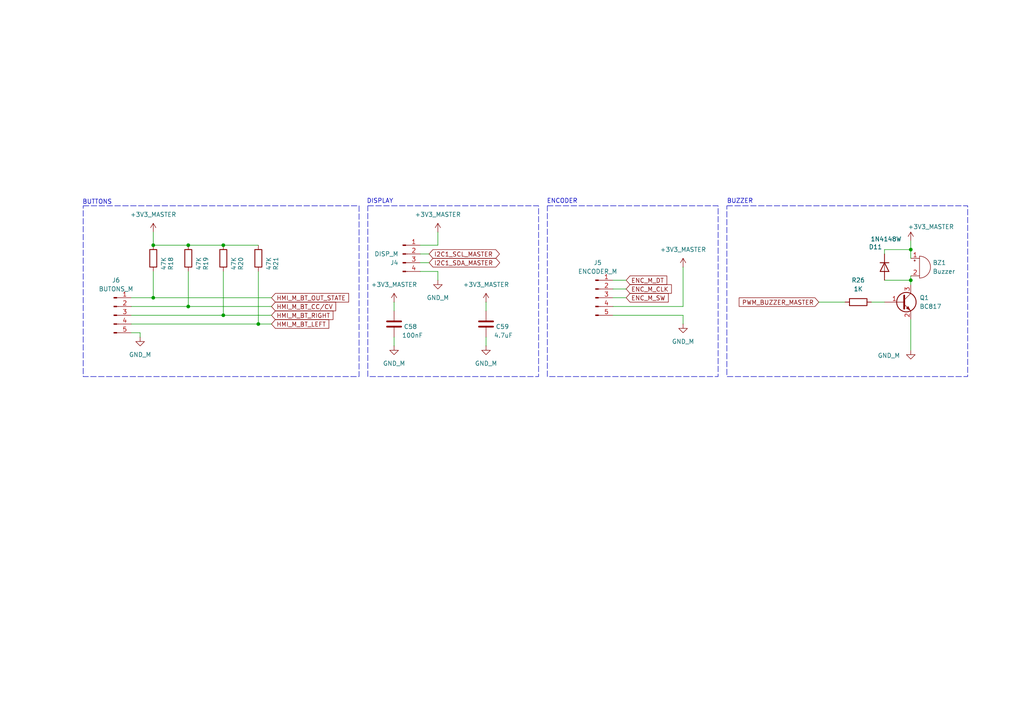
<source format=kicad_sch>
(kicad_sch
	(version 20231120)
	(generator "eeschema")
	(generator_version "8.0")
	(uuid "2d6dc250-8309-4f98-b5ee-67c9ea919c9d")
	(paper "A4")
	(title_block
		(title "FONTE CC/CV MICROCONTROLADA")
		(rev "02")
		(company "MV TECH")
	)
	(lib_symbols
		(symbol "Connector:Conn_01x04_Pin"
			(pin_names
				(offset 1.016) hide)
			(exclude_from_sim no)
			(in_bom yes)
			(on_board yes)
			(property "Reference" "J"
				(at 0 5.08 0)
				(effects
					(font
						(size 1.27 1.27)
					)
				)
			)
			(property "Value" "Conn_01x04_Pin"
				(at 0 -7.62 0)
				(effects
					(font
						(size 1.27 1.27)
					)
				)
			)
			(property "Footprint" ""
				(at 0 0 0)
				(effects
					(font
						(size 1.27 1.27)
					)
					(hide yes)
				)
			)
			(property "Datasheet" "~"
				(at 0 0 0)
				(effects
					(font
						(size 1.27 1.27)
					)
					(hide yes)
				)
			)
			(property "Description" "Generic connector, single row, 01x04, script generated"
				(at 0 0 0)
				(effects
					(font
						(size 1.27 1.27)
					)
					(hide yes)
				)
			)
			(property "ki_locked" ""
				(at 0 0 0)
				(effects
					(font
						(size 1.27 1.27)
					)
				)
			)
			(property "ki_keywords" "connector"
				(at 0 0 0)
				(effects
					(font
						(size 1.27 1.27)
					)
					(hide yes)
				)
			)
			(property "ki_fp_filters" "Connector*:*_1x??_*"
				(at 0 0 0)
				(effects
					(font
						(size 1.27 1.27)
					)
					(hide yes)
				)
			)
			(symbol "Conn_01x04_Pin_1_1"
				(polyline
					(pts
						(xy 1.27 -5.08) (xy 0.8636 -5.08)
					)
					(stroke
						(width 0.1524)
						(type default)
					)
					(fill
						(type none)
					)
				)
				(polyline
					(pts
						(xy 1.27 -2.54) (xy 0.8636 -2.54)
					)
					(stroke
						(width 0.1524)
						(type default)
					)
					(fill
						(type none)
					)
				)
				(polyline
					(pts
						(xy 1.27 0) (xy 0.8636 0)
					)
					(stroke
						(width 0.1524)
						(type default)
					)
					(fill
						(type none)
					)
				)
				(polyline
					(pts
						(xy 1.27 2.54) (xy 0.8636 2.54)
					)
					(stroke
						(width 0.1524)
						(type default)
					)
					(fill
						(type none)
					)
				)
				(rectangle
					(start 0.8636 -4.953)
					(end 0 -5.207)
					(stroke
						(width 0.1524)
						(type default)
					)
					(fill
						(type outline)
					)
				)
				(rectangle
					(start 0.8636 -2.413)
					(end 0 -2.667)
					(stroke
						(width 0.1524)
						(type default)
					)
					(fill
						(type outline)
					)
				)
				(rectangle
					(start 0.8636 0.127)
					(end 0 -0.127)
					(stroke
						(width 0.1524)
						(type default)
					)
					(fill
						(type outline)
					)
				)
				(rectangle
					(start 0.8636 2.667)
					(end 0 2.413)
					(stroke
						(width 0.1524)
						(type default)
					)
					(fill
						(type outline)
					)
				)
				(pin passive line
					(at 5.08 2.54 180)
					(length 3.81)
					(name "Pin_1"
						(effects
							(font
								(size 1.27 1.27)
							)
						)
					)
					(number "1"
						(effects
							(font
								(size 1.27 1.27)
							)
						)
					)
				)
				(pin passive line
					(at 5.08 0 180)
					(length 3.81)
					(name "Pin_2"
						(effects
							(font
								(size 1.27 1.27)
							)
						)
					)
					(number "2"
						(effects
							(font
								(size 1.27 1.27)
							)
						)
					)
				)
				(pin passive line
					(at 5.08 -2.54 180)
					(length 3.81)
					(name "Pin_3"
						(effects
							(font
								(size 1.27 1.27)
							)
						)
					)
					(number "3"
						(effects
							(font
								(size 1.27 1.27)
							)
						)
					)
				)
				(pin passive line
					(at 5.08 -5.08 180)
					(length 3.81)
					(name "Pin_4"
						(effects
							(font
								(size 1.27 1.27)
							)
						)
					)
					(number "4"
						(effects
							(font
								(size 1.27 1.27)
							)
						)
					)
				)
			)
		)
		(symbol "Connector:Conn_01x05_Pin"
			(pin_names
				(offset 1.016) hide)
			(exclude_from_sim no)
			(in_bom yes)
			(on_board yes)
			(property "Reference" "J"
				(at 0 7.62 0)
				(effects
					(font
						(size 1.27 1.27)
					)
				)
			)
			(property "Value" "Conn_01x05_Pin"
				(at 0 -7.62 0)
				(effects
					(font
						(size 1.27 1.27)
					)
				)
			)
			(property "Footprint" ""
				(at 0 0 0)
				(effects
					(font
						(size 1.27 1.27)
					)
					(hide yes)
				)
			)
			(property "Datasheet" "~"
				(at 0 0 0)
				(effects
					(font
						(size 1.27 1.27)
					)
					(hide yes)
				)
			)
			(property "Description" "Generic connector, single row, 01x05, script generated"
				(at 0 0 0)
				(effects
					(font
						(size 1.27 1.27)
					)
					(hide yes)
				)
			)
			(property "ki_locked" ""
				(at 0 0 0)
				(effects
					(font
						(size 1.27 1.27)
					)
				)
			)
			(property "ki_keywords" "connector"
				(at 0 0 0)
				(effects
					(font
						(size 1.27 1.27)
					)
					(hide yes)
				)
			)
			(property "ki_fp_filters" "Connector*:*_1x??_*"
				(at 0 0 0)
				(effects
					(font
						(size 1.27 1.27)
					)
					(hide yes)
				)
			)
			(symbol "Conn_01x05_Pin_1_1"
				(polyline
					(pts
						(xy 1.27 -5.08) (xy 0.8636 -5.08)
					)
					(stroke
						(width 0.1524)
						(type default)
					)
					(fill
						(type none)
					)
				)
				(polyline
					(pts
						(xy 1.27 -2.54) (xy 0.8636 -2.54)
					)
					(stroke
						(width 0.1524)
						(type default)
					)
					(fill
						(type none)
					)
				)
				(polyline
					(pts
						(xy 1.27 0) (xy 0.8636 0)
					)
					(stroke
						(width 0.1524)
						(type default)
					)
					(fill
						(type none)
					)
				)
				(polyline
					(pts
						(xy 1.27 2.54) (xy 0.8636 2.54)
					)
					(stroke
						(width 0.1524)
						(type default)
					)
					(fill
						(type none)
					)
				)
				(polyline
					(pts
						(xy 1.27 5.08) (xy 0.8636 5.08)
					)
					(stroke
						(width 0.1524)
						(type default)
					)
					(fill
						(type none)
					)
				)
				(rectangle
					(start 0.8636 -4.953)
					(end 0 -5.207)
					(stroke
						(width 0.1524)
						(type default)
					)
					(fill
						(type outline)
					)
				)
				(rectangle
					(start 0.8636 -2.413)
					(end 0 -2.667)
					(stroke
						(width 0.1524)
						(type default)
					)
					(fill
						(type outline)
					)
				)
				(rectangle
					(start 0.8636 0.127)
					(end 0 -0.127)
					(stroke
						(width 0.1524)
						(type default)
					)
					(fill
						(type outline)
					)
				)
				(rectangle
					(start 0.8636 2.667)
					(end 0 2.413)
					(stroke
						(width 0.1524)
						(type default)
					)
					(fill
						(type outline)
					)
				)
				(rectangle
					(start 0.8636 5.207)
					(end 0 4.953)
					(stroke
						(width 0.1524)
						(type default)
					)
					(fill
						(type outline)
					)
				)
				(pin passive line
					(at 5.08 5.08 180)
					(length 3.81)
					(name "Pin_1"
						(effects
							(font
								(size 1.27 1.27)
							)
						)
					)
					(number "1"
						(effects
							(font
								(size 1.27 1.27)
							)
						)
					)
				)
				(pin passive line
					(at 5.08 2.54 180)
					(length 3.81)
					(name "Pin_2"
						(effects
							(font
								(size 1.27 1.27)
							)
						)
					)
					(number "2"
						(effects
							(font
								(size 1.27 1.27)
							)
						)
					)
				)
				(pin passive line
					(at 5.08 0 180)
					(length 3.81)
					(name "Pin_3"
						(effects
							(font
								(size 1.27 1.27)
							)
						)
					)
					(number "3"
						(effects
							(font
								(size 1.27 1.27)
							)
						)
					)
				)
				(pin passive line
					(at 5.08 -2.54 180)
					(length 3.81)
					(name "Pin_4"
						(effects
							(font
								(size 1.27 1.27)
							)
						)
					)
					(number "4"
						(effects
							(font
								(size 1.27 1.27)
							)
						)
					)
				)
				(pin passive line
					(at 5.08 -5.08 180)
					(length 3.81)
					(name "Pin_5"
						(effects
							(font
								(size 1.27 1.27)
							)
						)
					)
					(number "5"
						(effects
							(font
								(size 1.27 1.27)
							)
						)
					)
				)
			)
		)
		(symbol "Device:Buzzer"
			(pin_names
				(offset 0.0254) hide)
			(exclude_from_sim no)
			(in_bom yes)
			(on_board yes)
			(property "Reference" "BZ"
				(at 3.81 1.27 0)
				(effects
					(font
						(size 1.27 1.27)
					)
					(justify left)
				)
			)
			(property "Value" "Buzzer"
				(at 3.81 -1.27 0)
				(effects
					(font
						(size 1.27 1.27)
					)
					(justify left)
				)
			)
			(property "Footprint" ""
				(at -0.635 2.54 90)
				(effects
					(font
						(size 1.27 1.27)
					)
					(hide yes)
				)
			)
			(property "Datasheet" "~"
				(at -0.635 2.54 90)
				(effects
					(font
						(size 1.27 1.27)
					)
					(hide yes)
				)
			)
			(property "Description" "Buzzer, polarized"
				(at 0 0 0)
				(effects
					(font
						(size 1.27 1.27)
					)
					(hide yes)
				)
			)
			(property "ki_keywords" "quartz resonator ceramic"
				(at 0 0 0)
				(effects
					(font
						(size 1.27 1.27)
					)
					(hide yes)
				)
			)
			(property "ki_fp_filters" "*Buzzer*"
				(at 0 0 0)
				(effects
					(font
						(size 1.27 1.27)
					)
					(hide yes)
				)
			)
			(symbol "Buzzer_0_1"
				(arc
					(start 0 -3.175)
					(mid 3.1612 0)
					(end 0 3.175)
					(stroke
						(width 0)
						(type default)
					)
					(fill
						(type none)
					)
				)
				(polyline
					(pts
						(xy -1.651 1.905) (xy -1.143 1.905)
					)
					(stroke
						(width 0)
						(type default)
					)
					(fill
						(type none)
					)
				)
				(polyline
					(pts
						(xy -1.397 2.159) (xy -1.397 1.651)
					)
					(stroke
						(width 0)
						(type default)
					)
					(fill
						(type none)
					)
				)
				(polyline
					(pts
						(xy 0 3.175) (xy 0 -3.175)
					)
					(stroke
						(width 0)
						(type default)
					)
					(fill
						(type none)
					)
				)
			)
			(symbol "Buzzer_1_1"
				(pin passive line
					(at -2.54 2.54 0)
					(length 2.54)
					(name "+"
						(effects
							(font
								(size 1.27 1.27)
							)
						)
					)
					(number "1"
						(effects
							(font
								(size 1.27 1.27)
							)
						)
					)
				)
				(pin passive line
					(at -2.54 -2.54 0)
					(length 2.54)
					(name "-"
						(effects
							(font
								(size 1.27 1.27)
							)
						)
					)
					(number "2"
						(effects
							(font
								(size 1.27 1.27)
							)
						)
					)
				)
			)
		)
		(symbol "Device:C"
			(pin_numbers hide)
			(pin_names
				(offset 0.254)
			)
			(exclude_from_sim no)
			(in_bom yes)
			(on_board yes)
			(property "Reference" "C"
				(at 0.635 2.54 0)
				(effects
					(font
						(size 1.27 1.27)
					)
					(justify left)
				)
			)
			(property "Value" "C"
				(at 0.635 -2.54 0)
				(effects
					(font
						(size 1.27 1.27)
					)
					(justify left)
				)
			)
			(property "Footprint" ""
				(at 0.9652 -3.81 0)
				(effects
					(font
						(size 1.27 1.27)
					)
					(hide yes)
				)
			)
			(property "Datasheet" "~"
				(at 0 0 0)
				(effects
					(font
						(size 1.27 1.27)
					)
					(hide yes)
				)
			)
			(property "Description" "Unpolarized capacitor"
				(at 0 0 0)
				(effects
					(font
						(size 1.27 1.27)
					)
					(hide yes)
				)
			)
			(property "ki_keywords" "cap capacitor"
				(at 0 0 0)
				(effects
					(font
						(size 1.27 1.27)
					)
					(hide yes)
				)
			)
			(property "ki_fp_filters" "C_*"
				(at 0 0 0)
				(effects
					(font
						(size 1.27 1.27)
					)
					(hide yes)
				)
			)
			(symbol "C_0_1"
				(polyline
					(pts
						(xy -2.032 -0.762) (xy 2.032 -0.762)
					)
					(stroke
						(width 0.508)
						(type default)
					)
					(fill
						(type none)
					)
				)
				(polyline
					(pts
						(xy -2.032 0.762) (xy 2.032 0.762)
					)
					(stroke
						(width 0.508)
						(type default)
					)
					(fill
						(type none)
					)
				)
			)
			(symbol "C_1_1"
				(pin passive line
					(at 0 3.81 270)
					(length 2.794)
					(name "~"
						(effects
							(font
								(size 1.27 1.27)
							)
						)
					)
					(number "1"
						(effects
							(font
								(size 1.27 1.27)
							)
						)
					)
				)
				(pin passive line
					(at 0 -3.81 90)
					(length 2.794)
					(name "~"
						(effects
							(font
								(size 1.27 1.27)
							)
						)
					)
					(number "2"
						(effects
							(font
								(size 1.27 1.27)
							)
						)
					)
				)
			)
		)
		(symbol "Device:R"
			(pin_numbers hide)
			(pin_names
				(offset 0)
			)
			(exclude_from_sim no)
			(in_bom yes)
			(on_board yes)
			(property "Reference" "R"
				(at 2.032 0 90)
				(effects
					(font
						(size 1.27 1.27)
					)
				)
			)
			(property "Value" "R"
				(at 0 0 90)
				(effects
					(font
						(size 1.27 1.27)
					)
				)
			)
			(property "Footprint" ""
				(at -1.778 0 90)
				(effects
					(font
						(size 1.27 1.27)
					)
					(hide yes)
				)
			)
			(property "Datasheet" "~"
				(at 0 0 0)
				(effects
					(font
						(size 1.27 1.27)
					)
					(hide yes)
				)
			)
			(property "Description" "Resistor"
				(at 0 0 0)
				(effects
					(font
						(size 1.27 1.27)
					)
					(hide yes)
				)
			)
			(property "ki_keywords" "R res resistor"
				(at 0 0 0)
				(effects
					(font
						(size 1.27 1.27)
					)
					(hide yes)
				)
			)
			(property "ki_fp_filters" "R_*"
				(at 0 0 0)
				(effects
					(font
						(size 1.27 1.27)
					)
					(hide yes)
				)
			)
			(symbol "R_0_1"
				(rectangle
					(start -1.016 -2.54)
					(end 1.016 2.54)
					(stroke
						(width 0.254)
						(type default)
					)
					(fill
						(type none)
					)
				)
			)
			(symbol "R_1_1"
				(pin passive line
					(at 0 3.81 270)
					(length 1.27)
					(name "~"
						(effects
							(font
								(size 1.27 1.27)
							)
						)
					)
					(number "1"
						(effects
							(font
								(size 1.27 1.27)
							)
						)
					)
				)
				(pin passive line
					(at 0 -3.81 90)
					(length 1.27)
					(name "~"
						(effects
							(font
								(size 1.27 1.27)
							)
						)
					)
					(number "2"
						(effects
							(font
								(size 1.27 1.27)
							)
						)
					)
				)
			)
		)
		(symbol "Diode:1N4148W"
			(pin_numbers hide)
			(pin_names hide)
			(exclude_from_sim no)
			(in_bom yes)
			(on_board yes)
			(property "Reference" "D"
				(at 0 2.54 0)
				(effects
					(font
						(size 1.27 1.27)
					)
				)
			)
			(property "Value" "1N4148W"
				(at 0 -2.54 0)
				(effects
					(font
						(size 1.27 1.27)
					)
				)
			)
			(property "Footprint" "Diode_SMD:D_SOD-123"
				(at 0 -4.445 0)
				(effects
					(font
						(size 1.27 1.27)
					)
					(hide yes)
				)
			)
			(property "Datasheet" "https://www.vishay.com/docs/85748/1n4148w.pdf"
				(at 0 0 0)
				(effects
					(font
						(size 1.27 1.27)
					)
					(hide yes)
				)
			)
			(property "Description" "75V 0.15A Fast Switching Diode, SOD-123"
				(at 0 0 0)
				(effects
					(font
						(size 1.27 1.27)
					)
					(hide yes)
				)
			)
			(property "Sim.Device" "D"
				(at 0 0 0)
				(effects
					(font
						(size 1.27 1.27)
					)
					(hide yes)
				)
			)
			(property "Sim.Pins" "1=K 2=A"
				(at 0 0 0)
				(effects
					(font
						(size 1.27 1.27)
					)
					(hide yes)
				)
			)
			(property "ki_keywords" "diode"
				(at 0 0 0)
				(effects
					(font
						(size 1.27 1.27)
					)
					(hide yes)
				)
			)
			(property "ki_fp_filters" "D*SOD?123*"
				(at 0 0 0)
				(effects
					(font
						(size 1.27 1.27)
					)
					(hide yes)
				)
			)
			(symbol "1N4148W_0_1"
				(polyline
					(pts
						(xy -1.27 1.27) (xy -1.27 -1.27)
					)
					(stroke
						(width 0.254)
						(type default)
					)
					(fill
						(type none)
					)
				)
				(polyline
					(pts
						(xy 1.27 0) (xy -1.27 0)
					)
					(stroke
						(width 0)
						(type default)
					)
					(fill
						(type none)
					)
				)
				(polyline
					(pts
						(xy 1.27 1.27) (xy 1.27 -1.27) (xy -1.27 0) (xy 1.27 1.27)
					)
					(stroke
						(width 0.254)
						(type default)
					)
					(fill
						(type none)
					)
				)
			)
			(symbol "1N4148W_1_1"
				(pin passive line
					(at -3.81 0 0)
					(length 2.54)
					(name "K"
						(effects
							(font
								(size 1.27 1.27)
							)
						)
					)
					(number "1"
						(effects
							(font
								(size 1.27 1.27)
							)
						)
					)
				)
				(pin passive line
					(at 3.81 0 180)
					(length 2.54)
					(name "A"
						(effects
							(font
								(size 1.27 1.27)
							)
						)
					)
					(number "2"
						(effects
							(font
								(size 1.27 1.27)
							)
						)
					)
				)
			)
		)
		(symbol "Transistor_BJT:BC817"
			(pin_names
				(offset 0) hide)
			(exclude_from_sim no)
			(in_bom yes)
			(on_board yes)
			(property "Reference" "Q"
				(at 5.08 1.905 0)
				(effects
					(font
						(size 1.27 1.27)
					)
					(justify left)
				)
			)
			(property "Value" "BC817"
				(at 5.08 0 0)
				(effects
					(font
						(size 1.27 1.27)
					)
					(justify left)
				)
			)
			(property "Footprint" "Package_TO_SOT_SMD:SOT-23"
				(at 5.08 -1.905 0)
				(effects
					(font
						(size 1.27 1.27)
						(italic yes)
					)
					(justify left)
					(hide yes)
				)
			)
			(property "Datasheet" "https://www.onsemi.com/pub/Collateral/BC818-D.pdf"
				(at 0 0 0)
				(effects
					(font
						(size 1.27 1.27)
					)
					(justify left)
					(hide yes)
				)
			)
			(property "Description" "0.8A Ic, 45V Vce, NPN Transistor, SOT-23"
				(at 0 0 0)
				(effects
					(font
						(size 1.27 1.27)
					)
					(hide yes)
				)
			)
			(property "ki_keywords" "NPN Transistor"
				(at 0 0 0)
				(effects
					(font
						(size 1.27 1.27)
					)
					(hide yes)
				)
			)
			(property "ki_fp_filters" "SOT?23*"
				(at 0 0 0)
				(effects
					(font
						(size 1.27 1.27)
					)
					(hide yes)
				)
			)
			(symbol "BC817_0_1"
				(polyline
					(pts
						(xy 0.635 0.635) (xy 2.54 2.54)
					)
					(stroke
						(width 0)
						(type default)
					)
					(fill
						(type none)
					)
				)
				(polyline
					(pts
						(xy 0.635 -0.635) (xy 2.54 -2.54) (xy 2.54 -2.54)
					)
					(stroke
						(width 0)
						(type default)
					)
					(fill
						(type none)
					)
				)
				(polyline
					(pts
						(xy 0.635 1.905) (xy 0.635 -1.905) (xy 0.635 -1.905)
					)
					(stroke
						(width 0.508)
						(type default)
					)
					(fill
						(type none)
					)
				)
				(polyline
					(pts
						(xy 1.27 -1.778) (xy 1.778 -1.27) (xy 2.286 -2.286) (xy 1.27 -1.778) (xy 1.27 -1.778)
					)
					(stroke
						(width 0)
						(type default)
					)
					(fill
						(type outline)
					)
				)
				(circle
					(center 1.27 0)
					(radius 2.8194)
					(stroke
						(width 0.254)
						(type default)
					)
					(fill
						(type none)
					)
				)
			)
			(symbol "BC817_1_1"
				(pin input line
					(at -5.08 0 0)
					(length 5.715)
					(name "B"
						(effects
							(font
								(size 1.27 1.27)
							)
						)
					)
					(number "1"
						(effects
							(font
								(size 1.27 1.27)
							)
						)
					)
				)
				(pin passive line
					(at 2.54 -5.08 90)
					(length 2.54)
					(name "E"
						(effects
							(font
								(size 1.27 1.27)
							)
						)
					)
					(number "2"
						(effects
							(font
								(size 1.27 1.27)
							)
						)
					)
				)
				(pin passive line
					(at 2.54 5.08 270)
					(length 2.54)
					(name "C"
						(effects
							(font
								(size 1.27 1.27)
							)
						)
					)
					(number "3"
						(effects
							(font
								(size 1.27 1.27)
							)
						)
					)
				)
			)
		)
		(symbol "power:GND"
			(power)
			(pin_numbers hide)
			(pin_names
				(offset 0) hide)
			(exclude_from_sim no)
			(in_bom yes)
			(on_board yes)
			(property "Reference" "#PWR"
				(at 0 -6.35 0)
				(effects
					(font
						(size 1.27 1.27)
					)
					(hide yes)
				)
			)
			(property "Value" "GND"
				(at 0 -3.81 0)
				(effects
					(font
						(size 1.27 1.27)
					)
				)
			)
			(property "Footprint" ""
				(at 0 0 0)
				(effects
					(font
						(size 1.27 1.27)
					)
					(hide yes)
				)
			)
			(property "Datasheet" ""
				(at 0 0 0)
				(effects
					(font
						(size 1.27 1.27)
					)
					(hide yes)
				)
			)
			(property "Description" "Power symbol creates a global label with name \"GND\" , ground"
				(at 0 0 0)
				(effects
					(font
						(size 1.27 1.27)
					)
					(hide yes)
				)
			)
			(property "ki_keywords" "global power"
				(at 0 0 0)
				(effects
					(font
						(size 1.27 1.27)
					)
					(hide yes)
				)
			)
			(symbol "GND_0_1"
				(polyline
					(pts
						(xy 0 0) (xy 0 -1.27) (xy 1.27 -1.27) (xy 0 -2.54) (xy -1.27 -1.27) (xy 0 -1.27)
					)
					(stroke
						(width 0)
						(type default)
					)
					(fill
						(type none)
					)
				)
			)
			(symbol "GND_1_1"
				(pin power_in line
					(at 0 0 270)
					(length 0)
					(name "~"
						(effects
							(font
								(size 1.27 1.27)
							)
						)
					)
					(number "1"
						(effects
							(font
								(size 1.27 1.27)
							)
						)
					)
				)
			)
		)
		(symbol "power:VCC"
			(power)
			(pin_numbers hide)
			(pin_names
				(offset 0) hide)
			(exclude_from_sim no)
			(in_bom yes)
			(on_board yes)
			(property "Reference" "#PWR"
				(at 0 -3.81 0)
				(effects
					(font
						(size 1.27 1.27)
					)
					(hide yes)
				)
			)
			(property "Value" "VCC"
				(at 0 3.556 0)
				(effects
					(font
						(size 1.27 1.27)
					)
				)
			)
			(property "Footprint" ""
				(at 0 0 0)
				(effects
					(font
						(size 1.27 1.27)
					)
					(hide yes)
				)
			)
			(property "Datasheet" ""
				(at 0 0 0)
				(effects
					(font
						(size 1.27 1.27)
					)
					(hide yes)
				)
			)
			(property "Description" "Power symbol creates a global label with name \"VCC\""
				(at 0 0 0)
				(effects
					(font
						(size 1.27 1.27)
					)
					(hide yes)
				)
			)
			(property "ki_keywords" "global power"
				(at 0 0 0)
				(effects
					(font
						(size 1.27 1.27)
					)
					(hide yes)
				)
			)
			(symbol "VCC_0_1"
				(polyline
					(pts
						(xy -0.762 1.27) (xy 0 2.54)
					)
					(stroke
						(width 0)
						(type default)
					)
					(fill
						(type none)
					)
				)
				(polyline
					(pts
						(xy 0 0) (xy 0 2.54)
					)
					(stroke
						(width 0)
						(type default)
					)
					(fill
						(type none)
					)
				)
				(polyline
					(pts
						(xy 0 2.54) (xy 0.762 1.27)
					)
					(stroke
						(width 0)
						(type default)
					)
					(fill
						(type none)
					)
				)
			)
			(symbol "VCC_1_1"
				(pin power_in line
					(at 0 0 90)
					(length 0)
					(name "~"
						(effects
							(font
								(size 1.27 1.27)
							)
						)
					)
					(number "1"
						(effects
							(font
								(size 1.27 1.27)
							)
						)
					)
				)
			)
		)
	)
	(junction
		(at 44.45 86.36)
		(diameter 0)
		(color 0 0 0 0)
		(uuid "25e80d7d-91df-4061-b4f4-7ecaf369e753")
	)
	(junction
		(at 64.77 91.44)
		(diameter 0)
		(color 0 0 0 0)
		(uuid "2d0e0dff-e799-48be-a1a2-e111636ac3d0")
	)
	(junction
		(at 44.45 71.12)
		(diameter 0)
		(color 0 0 0 0)
		(uuid "3802dff7-21dc-4378-88e4-a5a939c67c49")
	)
	(junction
		(at 264.16 81.28)
		(diameter 0)
		(color 0 0 0 0)
		(uuid "40f7b261-6185-43e6-bd23-84ac7771ff63")
	)
	(junction
		(at 64.77 71.12)
		(diameter 0)
		(color 0 0 0 0)
		(uuid "48b1afad-a339-4d85-9592-23fe1fc9ab23")
	)
	(junction
		(at 54.61 88.9)
		(diameter 0)
		(color 0 0 0 0)
		(uuid "6a9dd59a-12be-465f-9a6e-d8b15ea0c7bc")
	)
	(junction
		(at 54.61 71.12)
		(diameter 0)
		(color 0 0 0 0)
		(uuid "a154d2fd-bd3a-4429-a522-67e2ebbb8017")
	)
	(junction
		(at 264.16 72.39)
		(diameter 0)
		(color 0 0 0 0)
		(uuid "c8cf80c8-f189-4973-932c-60d6da19730b")
	)
	(junction
		(at 74.93 93.98)
		(diameter 0)
		(color 0 0 0 0)
		(uuid "e6e32a14-d581-455f-81ad-d065b5fe26df")
	)
	(wire
		(pts
			(xy 264.16 72.39) (xy 264.16 74.93)
		)
		(stroke
			(width 0)
			(type default)
		)
		(uuid "071440db-8d33-45bf-a797-450d24ac8b3c")
	)
	(wire
		(pts
			(xy 44.45 86.36) (xy 78.74 86.36)
		)
		(stroke
			(width 0)
			(type default)
		)
		(uuid "0a8415ef-0268-4178-afd7-e83b82f74365")
	)
	(wire
		(pts
			(xy 38.1 88.9) (xy 54.61 88.9)
		)
		(stroke
			(width 0)
			(type default)
		)
		(uuid "0c8a34b0-2b15-45ac-9e6b-6a804262f9ed")
	)
	(wire
		(pts
			(xy 64.77 71.12) (xy 74.93 71.12)
		)
		(stroke
			(width 0)
			(type default)
		)
		(uuid "18b6a325-718c-4ec1-b2bd-1cefe82d44ac")
	)
	(wire
		(pts
			(xy 38.1 91.44) (xy 64.77 91.44)
		)
		(stroke
			(width 0)
			(type default)
		)
		(uuid "1a4f8b8f-a53b-471d-91cb-229e56e201e1")
	)
	(wire
		(pts
			(xy 74.93 93.98) (xy 78.74 93.98)
		)
		(stroke
			(width 0)
			(type default)
		)
		(uuid "1e0cf719-1659-4e34-bfce-abb8ce381230")
	)
	(wire
		(pts
			(xy 38.1 96.52) (xy 40.64 96.52)
		)
		(stroke
			(width 0)
			(type default)
		)
		(uuid "24319f99-de8b-42e1-9eae-9c8d9ef6088f")
	)
	(wire
		(pts
			(xy 177.8 81.28) (xy 181.61 81.28)
		)
		(stroke
			(width 0)
			(type default)
		)
		(uuid "2484369e-fa57-4af1-9d68-20d5fda4901f")
	)
	(wire
		(pts
			(xy 38.1 93.98) (xy 74.93 93.98)
		)
		(stroke
			(width 0)
			(type default)
		)
		(uuid "2684a2d2-6a22-4d81-b77a-b903cac9c1f5")
	)
	(wire
		(pts
			(xy 264.16 80.01) (xy 264.16 81.28)
		)
		(stroke
			(width 0)
			(type default)
		)
		(uuid "283a3013-63a6-4c42-a308-907ed262a9b5")
	)
	(wire
		(pts
			(xy 38.1 86.36) (xy 44.45 86.36)
		)
		(stroke
			(width 0)
			(type default)
		)
		(uuid "30784528-751b-451f-8ccd-ebfb03f5da2c")
	)
	(wire
		(pts
			(xy 264.16 69.85) (xy 264.16 72.39)
		)
		(stroke
			(width 0)
			(type default)
		)
		(uuid "49ea896e-e383-4527-94c4-bbe04fc7e17c")
	)
	(wire
		(pts
			(xy 78.74 88.9) (xy 54.61 88.9)
		)
		(stroke
			(width 0)
			(type default)
		)
		(uuid "59901605-0fff-476d-8aec-a2cbe7101ebc")
	)
	(wire
		(pts
			(xy 121.92 73.66) (xy 124.46 73.66)
		)
		(stroke
			(width 0)
			(type default)
		)
		(uuid "5eb50a97-f69d-420c-9b92-dbe07acefedc")
	)
	(wire
		(pts
			(xy 256.54 81.28) (xy 264.16 81.28)
		)
		(stroke
			(width 0)
			(type default)
		)
		(uuid "5f358db2-0669-4169-a348-ab199d6018c5")
	)
	(wire
		(pts
			(xy 264.16 81.28) (xy 264.16 82.55)
		)
		(stroke
			(width 0)
			(type default)
		)
		(uuid "602eb1c2-e526-4e91-97c1-5aaa85f04cdf")
	)
	(wire
		(pts
			(xy 121.92 71.12) (xy 127 71.12)
		)
		(stroke
			(width 0)
			(type default)
		)
		(uuid "7002b817-1c9e-49b5-a3e8-920e793a6848")
	)
	(wire
		(pts
			(xy 264.16 92.71) (xy 264.16 101.6)
		)
		(stroke
			(width 0)
			(type default)
		)
		(uuid "70c15d5b-d77f-4d83-82e9-eed9be073bc1")
	)
	(wire
		(pts
			(xy 127 78.74) (xy 127 81.28)
		)
		(stroke
			(width 0)
			(type default)
		)
		(uuid "79398dc5-7a04-49ec-ae94-3fae503a2d67")
	)
	(wire
		(pts
			(xy 177.8 83.82) (xy 181.61 83.82)
		)
		(stroke
			(width 0)
			(type default)
		)
		(uuid "7c17e1e7-934e-4c1d-a5bd-5431c5e35007")
	)
	(wire
		(pts
			(xy 127 71.12) (xy 127 67.31)
		)
		(stroke
			(width 0)
			(type default)
		)
		(uuid "7e751616-479e-43d8-931f-16f32f7f8883")
	)
	(wire
		(pts
			(xy 140.97 97.79) (xy 140.97 100.33)
		)
		(stroke
			(width 0)
			(type default)
		)
		(uuid "80ed568b-8bf4-4675-9291-1dc07fe0cbc1")
	)
	(wire
		(pts
			(xy 121.92 76.2) (xy 124.46 76.2)
		)
		(stroke
			(width 0)
			(type default)
		)
		(uuid "83fc26d3-2fb7-43c7-b189-5b6129fbebb9")
	)
	(wire
		(pts
			(xy 177.8 86.36) (xy 181.61 86.36)
		)
		(stroke
			(width 0)
			(type default)
		)
		(uuid "85d34440-de6c-48f8-9831-747aa6d19e2a")
	)
	(wire
		(pts
			(xy 114.3 97.79) (xy 114.3 100.33)
		)
		(stroke
			(width 0)
			(type default)
		)
		(uuid "862b3c14-b3b8-4bec-aff3-7b1a02cc45fb")
	)
	(wire
		(pts
			(xy 256.54 72.39) (xy 264.16 72.39)
		)
		(stroke
			(width 0)
			(type default)
		)
		(uuid "89d423c5-9680-4379-ae37-b75f51062e0f")
	)
	(wire
		(pts
			(xy 44.45 71.12) (xy 54.61 71.12)
		)
		(stroke
			(width 0)
			(type default)
		)
		(uuid "90b30fec-1776-463a-b2c0-b5a8627d4eb2")
	)
	(wire
		(pts
			(xy 252.73 87.63) (xy 256.54 87.63)
		)
		(stroke
			(width 0)
			(type default)
		)
		(uuid "95a9e26e-f2be-4695-a528-e2c63e296151")
	)
	(wire
		(pts
			(xy 198.12 88.9) (xy 198.12 77.47)
		)
		(stroke
			(width 0)
			(type default)
		)
		(uuid "9a7ffa47-7bfb-4a48-9cfc-ebcfc5d0f8e3")
	)
	(wire
		(pts
			(xy 40.64 96.52) (xy 40.64 97.79)
		)
		(stroke
			(width 0)
			(type default)
		)
		(uuid "9b46c758-acf9-4d78-a8da-838f8ac8997e")
	)
	(wire
		(pts
			(xy 64.77 78.74) (xy 64.77 91.44)
		)
		(stroke
			(width 0)
			(type default)
		)
		(uuid "a1b50246-c9d7-4956-9c17-e010c55b3fb3")
	)
	(wire
		(pts
			(xy 121.92 78.74) (xy 127 78.74)
		)
		(stroke
			(width 0)
			(type default)
		)
		(uuid "a761bdae-05b9-496b-bdc6-d0f06dad0872")
	)
	(wire
		(pts
			(xy 140.97 87.63) (xy 140.97 90.17)
		)
		(stroke
			(width 0)
			(type default)
		)
		(uuid "ac3136d3-e8e4-4340-8192-a5b1c84e224a")
	)
	(wire
		(pts
			(xy 44.45 67.31) (xy 44.45 71.12)
		)
		(stroke
			(width 0)
			(type default)
		)
		(uuid "af0ba0c7-e2ff-4f88-87fc-b12273a83eb1")
	)
	(wire
		(pts
			(xy 177.8 91.44) (xy 198.12 91.44)
		)
		(stroke
			(width 0)
			(type default)
		)
		(uuid "cb92590e-26d5-48bc-84de-735ed5ea4a10")
	)
	(wire
		(pts
			(xy 198.12 91.44) (xy 198.12 93.98)
		)
		(stroke
			(width 0)
			(type default)
		)
		(uuid "cd507a55-7e88-4eba-868b-4966fe84455e")
	)
	(wire
		(pts
			(xy 237.49 87.63) (xy 245.11 87.63)
		)
		(stroke
			(width 0)
			(type default)
		)
		(uuid "cee0c57b-9975-43b8-9d78-a508c7aa2851")
	)
	(wire
		(pts
			(xy 44.45 86.36) (xy 44.45 78.74)
		)
		(stroke
			(width 0)
			(type default)
		)
		(uuid "e10ff871-8102-4d67-960b-c9d94fc2fe98")
	)
	(wire
		(pts
			(xy 114.3 87.63) (xy 114.3 90.17)
		)
		(stroke
			(width 0)
			(type default)
		)
		(uuid "e4ff563a-9937-4c41-b9ea-29d3d57b19ef")
	)
	(wire
		(pts
			(xy 74.93 93.98) (xy 74.93 78.74)
		)
		(stroke
			(width 0)
			(type default)
		)
		(uuid "ed2dd296-9478-4f2e-bf52-57a930da5af5")
	)
	(wire
		(pts
			(xy 177.8 88.9) (xy 198.12 88.9)
		)
		(stroke
			(width 0)
			(type default)
		)
		(uuid "f22f483e-4335-428f-9ab1-e83f1a32610a")
	)
	(wire
		(pts
			(xy 78.74 91.44) (xy 64.77 91.44)
		)
		(stroke
			(width 0)
			(type default)
		)
		(uuid "f8169df6-e898-4b30-ad56-f26cdc72e90f")
	)
	(wire
		(pts
			(xy 54.61 71.12) (xy 64.77 71.12)
		)
		(stroke
			(width 0)
			(type default)
		)
		(uuid "fbc84e33-e261-4419-a2ff-a0e25388bb44")
	)
	(wire
		(pts
			(xy 256.54 73.66) (xy 256.54 72.39)
		)
		(stroke
			(width 0)
			(type default)
		)
		(uuid "fc95883c-e8dd-42e5-b3ae-f2087aa90d0b")
	)
	(wire
		(pts
			(xy 54.61 78.74) (xy 54.61 88.9)
		)
		(stroke
			(width 0)
			(type default)
		)
		(uuid "ff46b718-2b8b-45b2-a912-9af8b6569c1b")
	)
	(rectangle
		(start 24.13 59.69)
		(end 104.14 109.22)
		(stroke
			(width 0)
			(type dash)
		)
		(fill
			(type none)
		)
		(uuid 2c86698e-af5e-497a-a203-0f23e7f74892)
	)
	(rectangle
		(start 210.82 59.69)
		(end 280.67 109.22)
		(stroke
			(width 0)
			(type dash)
		)
		(fill
			(type none)
		)
		(uuid 53873022-1007-4498-84ea-c3603a2c5956)
	)
	(rectangle
		(start 158.75 59.69)
		(end 208.28 109.22)
		(stroke
			(width 0)
			(type dash)
		)
		(fill
			(type none)
		)
		(uuid 92b6f43e-424d-4863-a396-04f8502ce273)
	)
	(rectangle
		(start 106.68 59.69)
		(end 156.21 109.22)
		(stroke
			(width 0)
			(type dash)
		)
		(fill
			(type none)
		)
		(uuid e7620981-c46f-4254-a205-d950708fd984)
	)
	(text "BUZZER\n"
		(exclude_from_sim no)
		(at 214.63 58.42 0)
		(effects
			(font
				(size 1.27 1.27)
			)
		)
		(uuid "94df5662-0281-43e6-92be-f59ddef2b25f")
	)
	(text "DISPLAY\n"
		(exclude_from_sim no)
		(at 110.236 58.42 0)
		(effects
			(font
				(size 1.27 1.27)
			)
		)
		(uuid "d5bf7222-ac57-4e3f-9fcd-f3e606423621")
	)
	(text "BUTTONS\n"
		(exclude_from_sim no)
		(at 28.194 58.674 0)
		(effects
			(font
				(size 1.27 1.27)
			)
		)
		(uuid "e915233a-74d8-4725-92cb-6a38a52566b7")
	)
	(text "ENCODER\n"
		(exclude_from_sim no)
		(at 163.068 58.42 0)
		(effects
			(font
				(size 1.27 1.27)
			)
		)
		(uuid "fea1e127-b628-402b-bb4d-f32925d300f9")
	)
	(global_label "PWM_BUZZER_MASTER"
		(shape input)
		(at 237.49 87.63 180)
		(fields_autoplaced yes)
		(effects
			(font
				(size 1.27 1.27)
			)
			(justify right)
		)
		(uuid "1bfce02c-9f6c-42fe-a164-0fda9a595e82")
		(property "Intersheetrefs" "${INTERSHEET_REFS}"
			(at 213.8222 87.63 0)
			(effects
				(font
					(size 1.27 1.27)
				)
				(justify right)
				(hide yes)
			)
		)
	)
	(global_label "ENC_M_DT"
		(shape input)
		(at 181.61 81.28 0)
		(fields_autoplaced yes)
		(effects
			(font
				(size 1.27 1.27)
			)
			(justify left)
		)
		(uuid "2660ea6c-06b4-49bf-91f1-88b03abf3c42")
		(property "Intersheetrefs" "${INTERSHEET_REFS}"
			(at 193.9689 81.28 0)
			(effects
				(font
					(size 1.27 1.27)
				)
				(justify left)
				(hide yes)
			)
		)
	)
	(global_label "HMI_M_BT_LEFT"
		(shape input)
		(at 78.74 93.98 0)
		(fields_autoplaced yes)
		(effects
			(font
				(size 1.27 1.27)
			)
			(justify left)
		)
		(uuid "81f7f417-0672-4bc5-9154-a4b6a145065a")
		(property "Intersheetrefs" "${INTERSHEET_REFS}"
			(at 95.937 93.98 0)
			(effects
				(font
					(size 1.27 1.27)
				)
				(justify left)
				(hide yes)
			)
		)
	)
	(global_label "HMI_M_BT_RIGHT"
		(shape input)
		(at 78.74 91.44 0)
		(fields_autoplaced yes)
		(effects
			(font
				(size 1.27 1.27)
			)
			(justify left)
		)
		(uuid "896fba1b-dd68-49b6-a587-5f16a7a7ed3a")
		(property "Intersheetrefs" "${INTERSHEET_REFS}"
			(at 97.1466 91.44 0)
			(effects
				(font
					(size 1.27 1.27)
				)
				(justify left)
				(hide yes)
			)
		)
	)
	(global_label "ENC_M_SW"
		(shape input)
		(at 181.61 86.36 0)
		(fields_autoplaced yes)
		(effects
			(font
				(size 1.27 1.27)
			)
			(justify left)
		)
		(uuid "ab5baa20-71a8-4d5e-85b7-9d6dc3e17a1f")
		(property "Intersheetrefs" "${INTERSHEET_REFS}"
			(at 194.3922 86.36 0)
			(effects
				(font
					(size 1.27 1.27)
				)
				(justify left)
				(hide yes)
			)
		)
	)
	(global_label "ENC_M_CLK"
		(shape input)
		(at 181.61 83.82 0)
		(fields_autoplaced yes)
		(effects
			(font
				(size 1.27 1.27)
			)
			(justify left)
		)
		(uuid "c3cc09a4-ef69-4990-b5d3-c0f3894ccf8b")
		(property "Intersheetrefs" "${INTERSHEET_REFS}"
			(at 195.2994 83.82 0)
			(effects
				(font
					(size 1.27 1.27)
				)
				(justify left)
				(hide yes)
			)
		)
	)
	(global_label "HMI_M_BT_CC{slash}CV"
		(shape input)
		(at 78.74 88.9 0)
		(fields_autoplaced yes)
		(effects
			(font
				(size 1.27 1.27)
			)
			(justify left)
		)
		(uuid "cf02a49b-44ba-4a2c-944a-d06f15b59c63")
		(property "Intersheetrefs" "${INTERSHEET_REFS}"
			(at 97.9328 88.9 0)
			(effects
				(font
					(size 1.27 1.27)
				)
				(justify left)
				(hide yes)
			)
		)
	)
	(global_label "HMI_M_BT_OUT_STATE"
		(shape input)
		(at 78.74 86.36 0)
		(fields_autoplaced yes)
		(effects
			(font
				(size 1.27 1.27)
			)
			(justify left)
		)
		(uuid "d85a2825-3602-4125-a56b-3a8536d69b69")
		(property "Intersheetrefs" "${INTERSHEET_REFS}"
			(at 101.6822 86.36 0)
			(effects
				(font
					(size 1.27 1.27)
				)
				(justify left)
				(hide yes)
			)
		)
	)
	(global_label "I2C1_SDA_MASTER"
		(shape bidirectional)
		(at 124.46 76.2 0)
		(fields_autoplaced yes)
		(effects
			(font
				(size 1.27 1.27)
			)
			(justify left)
		)
		(uuid "e91b10db-878f-40ea-a266-1df57b53dd90")
		(property "Intersheetrefs" "${INTERSHEET_REFS}"
			(at 145.4897 76.2 0)
			(effects
				(font
					(size 1.27 1.27)
				)
				(justify left)
				(hide yes)
			)
		)
	)
	(global_label "I2C1_SCL_MASTER"
		(shape bidirectional)
		(at 124.46 73.66 0)
		(fields_autoplaced yes)
		(effects
			(font
				(size 1.27 1.27)
			)
			(justify left)
		)
		(uuid "fc78da0d-c7dc-43a0-b2d2-89f1b52eab64")
		(property "Intersheetrefs" "${INTERSHEET_REFS}"
			(at 145.4292 73.66 0)
			(effects
				(font
					(size 1.27 1.27)
				)
				(justify left)
				(hide yes)
			)
		)
	)
	(symbol
		(lib_id "power:GND")
		(at 40.64 97.79 0)
		(unit 1)
		(exclude_from_sim no)
		(in_bom yes)
		(on_board yes)
		(dnp no)
		(fields_autoplaced yes)
		(uuid "106aa48b-8e91-4e14-8f13-adeaa1cca49b")
		(property "Reference" "#PWR048"
			(at 40.64 104.14 0)
			(effects
				(font
					(size 1.27 1.27)
				)
				(hide yes)
			)
		)
		(property "Value" "GND_M"
			(at 40.64 102.87 0)
			(effects
				(font
					(size 1.27 1.27)
				)
			)
		)
		(property "Footprint" ""
			(at 40.64 97.79 0)
			(effects
				(font
					(size 1.27 1.27)
				)
				(hide yes)
			)
		)
		(property "Datasheet" ""
			(at 40.64 97.79 0)
			(effects
				(font
					(size 1.27 1.27)
				)
				(hide yes)
			)
		)
		(property "Description" "Power symbol creates a global label with name \"GND\" , ground"
			(at 40.64 97.79 0)
			(effects
				(font
					(size 1.27 1.27)
				)
				(hide yes)
			)
		)
		(pin "1"
			(uuid "7e88a06c-62e8-4c3a-9d6e-0e9c48b2769e")
		)
		(instances
			(project "FONTE_V2"
				(path "/b66137f9-f871-4921-ab89-353bfdf398cf/5b968303-49da-4e30-a51d-821482935caf"
					(reference "#PWR048")
					(unit 1)
				)
			)
		)
	)
	(symbol
		(lib_id "power:VCC")
		(at 140.97 87.63 0)
		(unit 1)
		(exclude_from_sim no)
		(in_bom yes)
		(on_board yes)
		(dnp no)
		(fields_autoplaced yes)
		(uuid "17fa7df8-5be3-4293-9617-b11be87ae86d")
		(property "Reference" "#PWR0127"
			(at 140.97 91.44 0)
			(effects
				(font
					(size 1.27 1.27)
				)
				(hide yes)
			)
		)
		(property "Value" "+3V3_MASTER"
			(at 140.97 82.55 0)
			(effects
				(font
					(size 1.27 1.27)
				)
			)
		)
		(property "Footprint" ""
			(at 140.97 87.63 0)
			(effects
				(font
					(size 1.27 1.27)
				)
				(hide yes)
			)
		)
		(property "Datasheet" ""
			(at 140.97 87.63 0)
			(effects
				(font
					(size 1.27 1.27)
				)
				(hide yes)
			)
		)
		(property "Description" "Power symbol creates a global label with name \"VCC\""
			(at 140.97 87.63 0)
			(effects
				(font
					(size 1.27 1.27)
				)
				(hide yes)
			)
		)
		(pin "1"
			(uuid "5ccfcf98-1d4d-46c6-b539-95809e9a239d")
		)
		(instances
			(project "FONTE_V2"
				(path "/b66137f9-f871-4921-ab89-353bfdf398cf/5b968303-49da-4e30-a51d-821482935caf"
					(reference "#PWR0127")
					(unit 1)
				)
			)
		)
	)
	(symbol
		(lib_id "Device:C")
		(at 114.3 93.98 0)
		(unit 1)
		(exclude_from_sim no)
		(in_bom yes)
		(on_board yes)
		(dnp no)
		(uuid "1800ca83-d5cb-40d5-ba48-81bf208f139b")
		(property "Reference" "C58"
			(at 117.094 94.742 0)
			(effects
				(font
					(size 1.27 1.27)
				)
				(justify left)
			)
		)
		(property "Value" "100nF"
			(at 116.586 97.282 0)
			(effects
				(font
					(size 1.27 1.27)
				)
				(justify left)
			)
		)
		(property "Footprint" "Capacitor_SMD:C_0805_2012Metric_Pad1.18x1.45mm_HandSolder"
			(at 115.2652 97.79 0)
			(effects
				(font
					(size 1.27 1.27)
				)
				(hide yes)
			)
		)
		(property "Datasheet" "~"
			(at 114.3 93.98 0)
			(effects
				(font
					(size 1.27 1.27)
				)
				(hide yes)
			)
		)
		(property "Description" "Unpolarized capacitor"
			(at 114.3 93.98 0)
			(effects
				(font
					(size 1.27 1.27)
				)
				(hide yes)
			)
		)
		(pin "1"
			(uuid "38c3118c-ebfb-428d-98bd-c53d3ae9c3bb")
		)
		(pin "2"
			(uuid "79d9cac8-8612-4074-b696-440075e73674")
		)
		(instances
			(project "FONTE_V2"
				(path "/b66137f9-f871-4921-ab89-353bfdf398cf/5b968303-49da-4e30-a51d-821482935caf"
					(reference "C58")
					(unit 1)
				)
			)
		)
	)
	(symbol
		(lib_id "Device:R")
		(at 64.77 74.93 180)
		(unit 1)
		(exclude_from_sim no)
		(in_bom yes)
		(on_board yes)
		(dnp no)
		(uuid "19fff06b-2501-4613-aeff-e8f5b161a1d4")
		(property "Reference" "R20"
			(at 69.85 76.454 90)
			(effects
				(font
					(size 1.27 1.27)
				)
			)
		)
		(property "Value" "47K"
			(at 67.818 76.454 90)
			(effects
				(font
					(size 1.27 1.27)
				)
			)
		)
		(property "Footprint" "Resistor_SMD:R_0805_2012Metric_Pad1.20x1.40mm_HandSolder"
			(at 66.548 74.93 90)
			(effects
				(font
					(size 1.27 1.27)
				)
				(hide yes)
			)
		)
		(property "Datasheet" "~"
			(at 64.77 74.93 0)
			(effects
				(font
					(size 1.27 1.27)
				)
				(hide yes)
			)
		)
		(property "Description" "Resistor"
			(at 64.77 74.93 0)
			(effects
				(font
					(size 1.27 1.27)
				)
				(hide yes)
			)
		)
		(pin "1"
			(uuid "06d9d45e-2fc1-43a4-82a0-658828b3e2c3")
		)
		(pin "2"
			(uuid "777fb11d-7a6d-41dc-9ae8-f77687d26780")
		)
		(instances
			(project "FONTE_V2"
				(path "/b66137f9-f871-4921-ab89-353bfdf398cf/5b968303-49da-4e30-a51d-821482935caf"
					(reference "R20")
					(unit 1)
				)
			)
		)
	)
	(symbol
		(lib_id "Connector:Conn_01x05_Pin")
		(at 172.72 86.36 0)
		(unit 1)
		(exclude_from_sim no)
		(in_bom yes)
		(on_board yes)
		(dnp no)
		(fields_autoplaced yes)
		(uuid "1d9c66dd-0f55-45e7-85fa-04546dd7261f")
		(property "Reference" "J5"
			(at 173.355 76.2 0)
			(effects
				(font
					(size 1.27 1.27)
				)
			)
		)
		(property "Value" "ENCODER_M"
			(at 173.355 78.74 0)
			(effects
				(font
					(size 1.27 1.27)
				)
			)
		)
		(property "Footprint" "Connector_PinHeader_2.54mm:PinHeader_1x05_P2.54mm_Vertical"
			(at 172.72 86.36 0)
			(effects
				(font
					(size 1.27 1.27)
				)
				(hide yes)
			)
		)
		(property "Datasheet" "~"
			(at 172.72 86.36 0)
			(effects
				(font
					(size 1.27 1.27)
				)
				(hide yes)
			)
		)
		(property "Description" "Generic connector, single row, 01x05, script generated"
			(at 172.72 86.36 0)
			(effects
				(font
					(size 1.27 1.27)
				)
				(hide yes)
			)
		)
		(pin "4"
			(uuid "5a020335-2ece-4a1e-b5f6-e3062b7269c1")
		)
		(pin "1"
			(uuid "1d23f2e9-9850-4455-b6c5-f2098d5cd0ca")
		)
		(pin "3"
			(uuid "49de6047-eb4e-459f-94af-d84428e9a2eb")
		)
		(pin "5"
			(uuid "dd6b6f1f-c6e2-4ce5-b561-ab83812eb006")
		)
		(pin "2"
			(uuid "0236c9fd-3844-4d95-9f80-26884778cda8")
		)
		(instances
			(project "FONTE_V2"
				(path "/b66137f9-f871-4921-ab89-353bfdf398cf/5b968303-49da-4e30-a51d-821482935caf"
					(reference "J5")
					(unit 1)
				)
			)
		)
	)
	(symbol
		(lib_id "power:GND")
		(at 114.3 100.33 0)
		(unit 1)
		(exclude_from_sim no)
		(in_bom yes)
		(on_board yes)
		(dnp no)
		(fields_autoplaced yes)
		(uuid "1ee6ab27-50df-4868-9275-703ecce590c9")
		(property "Reference" "#PWR0126"
			(at 114.3 106.68 0)
			(effects
				(font
					(size 1.27 1.27)
				)
				(hide yes)
			)
		)
		(property "Value" "GND_M"
			(at 114.3 105.41 0)
			(effects
				(font
					(size 1.27 1.27)
				)
			)
		)
		(property "Footprint" ""
			(at 114.3 100.33 0)
			(effects
				(font
					(size 1.27 1.27)
				)
				(hide yes)
			)
		)
		(property "Datasheet" ""
			(at 114.3 100.33 0)
			(effects
				(font
					(size 1.27 1.27)
				)
				(hide yes)
			)
		)
		(property "Description" "Power symbol creates a global label with name \"GND\" , ground"
			(at 114.3 100.33 0)
			(effects
				(font
					(size 1.27 1.27)
				)
				(hide yes)
			)
		)
		(pin "1"
			(uuid "23f1aeb8-771f-4c25-b3d6-d255a4d3c506")
		)
		(instances
			(project "FONTE_V2"
				(path "/b66137f9-f871-4921-ab89-353bfdf398cf/5b968303-49da-4e30-a51d-821482935caf"
					(reference "#PWR0126")
					(unit 1)
				)
			)
		)
	)
	(symbol
		(lib_id "power:VCC")
		(at 114.3 87.63 0)
		(unit 1)
		(exclude_from_sim no)
		(in_bom yes)
		(on_board yes)
		(dnp no)
		(fields_autoplaced yes)
		(uuid "209d6935-4923-419b-8979-0d3dc54112da")
		(property "Reference" "#PWR0125"
			(at 114.3 91.44 0)
			(effects
				(font
					(size 1.27 1.27)
				)
				(hide yes)
			)
		)
		(property "Value" "+3V3_MASTER"
			(at 114.3 82.55 0)
			(effects
				(font
					(size 1.27 1.27)
				)
			)
		)
		(property "Footprint" ""
			(at 114.3 87.63 0)
			(effects
				(font
					(size 1.27 1.27)
				)
				(hide yes)
			)
		)
		(property "Datasheet" ""
			(at 114.3 87.63 0)
			(effects
				(font
					(size 1.27 1.27)
				)
				(hide yes)
			)
		)
		(property "Description" "Power symbol creates a global label with name \"VCC\""
			(at 114.3 87.63 0)
			(effects
				(font
					(size 1.27 1.27)
				)
				(hide yes)
			)
		)
		(pin "1"
			(uuid "d162ca6f-b3dc-44e8-8e75-a49acca5ea67")
		)
		(instances
			(project "FONTE_V2"
				(path "/b66137f9-f871-4921-ab89-353bfdf398cf/5b968303-49da-4e30-a51d-821482935caf"
					(reference "#PWR0125")
					(unit 1)
				)
			)
		)
	)
	(symbol
		(lib_id "Transistor_BJT:BC817")
		(at 261.62 87.63 0)
		(unit 1)
		(exclude_from_sim no)
		(in_bom yes)
		(on_board yes)
		(dnp no)
		(fields_autoplaced yes)
		(uuid "402bf3cc-9ee0-4a41-9d8f-0fc5ae349264")
		(property "Reference" "Q1"
			(at 266.7 86.3599 0)
			(effects
				(font
					(size 1.27 1.27)
				)
				(justify left)
			)
		)
		(property "Value" "BC817"
			(at 266.7 88.8999 0)
			(effects
				(font
					(size 1.27 1.27)
				)
				(justify left)
			)
		)
		(property "Footprint" "Package_TO_SOT_SMD:SOT-23"
			(at 266.7 89.535 0)
			(effects
				(font
					(size 1.27 1.27)
					(italic yes)
				)
				(justify left)
				(hide yes)
			)
		)
		(property "Datasheet" "https://www.onsemi.com/pub/Collateral/BC818-D.pdf"
			(at 261.62 87.63 0)
			(effects
				(font
					(size 1.27 1.27)
				)
				(justify left)
				(hide yes)
			)
		)
		(property "Description" "0.8A Ic, 45V Vce, NPN Transistor, SOT-23"
			(at 261.62 87.63 0)
			(effects
				(font
					(size 1.27 1.27)
				)
				(hide yes)
			)
		)
		(pin "2"
			(uuid "8034e9a9-c4a9-4c18-af9c-b5d4c2e4431d")
		)
		(pin "1"
			(uuid "7962c354-a2f1-45ad-87c3-f20e04eb4dd4")
		)
		(pin "3"
			(uuid "d3c07df5-4f05-456c-8e80-5cb50658b86e")
		)
		(instances
			(project "FONTE_V2"
				(path "/b66137f9-f871-4921-ab89-353bfdf398cf/5b968303-49da-4e30-a51d-821482935caf"
					(reference "Q1")
					(unit 1)
				)
			)
		)
	)
	(symbol
		(lib_id "Device:R")
		(at 74.93 74.93 180)
		(unit 1)
		(exclude_from_sim no)
		(in_bom yes)
		(on_board yes)
		(dnp no)
		(uuid "5838e145-e280-499a-bf31-c69650b61db6")
		(property "Reference" "R21"
			(at 80.01 76.454 90)
			(effects
				(font
					(size 1.27 1.27)
				)
			)
		)
		(property "Value" "47K"
			(at 77.978 76.454 90)
			(effects
				(font
					(size 1.27 1.27)
				)
			)
		)
		(property "Footprint" "Resistor_SMD:R_0805_2012Metric_Pad1.20x1.40mm_HandSolder"
			(at 76.708 74.93 90)
			(effects
				(font
					(size 1.27 1.27)
				)
				(hide yes)
			)
		)
		(property "Datasheet" "~"
			(at 74.93 74.93 0)
			(effects
				(font
					(size 1.27 1.27)
				)
				(hide yes)
			)
		)
		(property "Description" "Resistor"
			(at 74.93 74.93 0)
			(effects
				(font
					(size 1.27 1.27)
				)
				(hide yes)
			)
		)
		(pin "1"
			(uuid "b3f7439d-b67b-4da1-9842-c326952ed8d0")
		)
		(pin "2"
			(uuid "a991d309-f59b-454c-8bb0-bdc928cbab65")
		)
		(instances
			(project "FONTE_V2"
				(path "/b66137f9-f871-4921-ab89-353bfdf398cf/5b968303-49da-4e30-a51d-821482935caf"
					(reference "R21")
					(unit 1)
				)
			)
		)
	)
	(symbol
		(lib_id "Diode:1N4148W")
		(at 256.54 77.47 270)
		(unit 1)
		(exclude_from_sim no)
		(in_bom yes)
		(on_board yes)
		(dnp no)
		(uuid "5b7c481f-b614-4c98-9a77-548e86d6022d")
		(property "Reference" "D11"
			(at 251.968 71.628 90)
			(effects
				(font
					(size 1.27 1.27)
				)
				(justify left)
			)
		)
		(property "Value" "1N4148W"
			(at 252.476 69.342 90)
			(effects
				(font
					(size 1.27 1.27)
				)
				(justify left)
			)
		)
		(property "Footprint" "Diode_SMD:D_SOD-123"
			(at 252.095 77.47 0)
			(effects
				(font
					(size 1.27 1.27)
				)
				(hide yes)
			)
		)
		(property "Datasheet" "https://www.vishay.com/docs/85748/1n4148w.pdf"
			(at 256.54 77.47 0)
			(effects
				(font
					(size 1.27 1.27)
				)
				(hide yes)
			)
		)
		(property "Description" "75V 0.15A Fast Switching Diode, SOD-123"
			(at 256.54 77.47 0)
			(effects
				(font
					(size 1.27 1.27)
				)
				(hide yes)
			)
		)
		(property "Sim.Device" "D"
			(at 256.54 77.47 0)
			(effects
				(font
					(size 1.27 1.27)
				)
				(hide yes)
			)
		)
		(property "Sim.Pins" "1=K 2=A"
			(at 256.54 77.47 0)
			(effects
				(font
					(size 1.27 1.27)
				)
				(hide yes)
			)
		)
		(pin "1"
			(uuid "2650172c-ddce-4679-bcee-4065e7e7181f")
		)
		(pin "2"
			(uuid "27d7af19-c7cb-404a-b465-c5e49c5c0185")
		)
		(instances
			(project "FONTE_V2"
				(path "/b66137f9-f871-4921-ab89-353bfdf398cf/5b968303-49da-4e30-a51d-821482935caf"
					(reference "D11")
					(unit 1)
				)
			)
		)
	)
	(symbol
		(lib_id "Device:C")
		(at 140.97 93.98 0)
		(unit 1)
		(exclude_from_sim no)
		(in_bom yes)
		(on_board yes)
		(dnp no)
		(uuid "77c98732-b694-44ca-9415-3f2071f308b9")
		(property "Reference" "C59"
			(at 143.764 94.742 0)
			(effects
				(font
					(size 1.27 1.27)
				)
				(justify left)
			)
		)
		(property "Value" "4.7uF"
			(at 143.256 97.282 0)
			(effects
				(font
					(size 1.27 1.27)
				)
				(justify left)
			)
		)
		(property "Footprint" "Capacitor_SMD:C_0805_2012Metric_Pad1.18x1.45mm_HandSolder"
			(at 141.9352 97.79 0)
			(effects
				(font
					(size 1.27 1.27)
				)
				(hide yes)
			)
		)
		(property "Datasheet" "~"
			(at 140.97 93.98 0)
			(effects
				(font
					(size 1.27 1.27)
				)
				(hide yes)
			)
		)
		(property "Description" "Unpolarized capacitor"
			(at 140.97 93.98 0)
			(effects
				(font
					(size 1.27 1.27)
				)
				(hide yes)
			)
		)
		(pin "1"
			(uuid "1c1ce663-ed55-44a9-bc68-fbd7d870d409")
		)
		(pin "2"
			(uuid "0d86da11-02d2-4c90-9b20-1ccf9dd4433e")
		)
		(instances
			(project "FONTE_V2"
				(path "/b66137f9-f871-4921-ab89-353bfdf398cf/5b968303-49da-4e30-a51d-821482935caf"
					(reference "C59")
					(unit 1)
				)
			)
		)
	)
	(symbol
		(lib_id "Device:R")
		(at 54.61 74.93 180)
		(unit 1)
		(exclude_from_sim no)
		(in_bom yes)
		(on_board yes)
		(dnp no)
		(uuid "7937d39c-06cf-415d-96ec-29f3302cf19f")
		(property "Reference" "R19"
			(at 59.69 76.454 90)
			(effects
				(font
					(size 1.27 1.27)
				)
			)
		)
		(property "Value" "47K"
			(at 57.658 76.454 90)
			(effects
				(font
					(size 1.27 1.27)
				)
			)
		)
		(property "Footprint" "Resistor_SMD:R_0805_2012Metric_Pad1.20x1.40mm_HandSolder"
			(at 56.388 74.93 90)
			(effects
				(font
					(size 1.27 1.27)
				)
				(hide yes)
			)
		)
		(property "Datasheet" "~"
			(at 54.61 74.93 0)
			(effects
				(font
					(size 1.27 1.27)
				)
				(hide yes)
			)
		)
		(property "Description" "Resistor"
			(at 54.61 74.93 0)
			(effects
				(font
					(size 1.27 1.27)
				)
				(hide yes)
			)
		)
		(pin "1"
			(uuid "167d2966-f6fe-49ab-914c-5f2b684c0f71")
		)
		(pin "2"
			(uuid "c6dc2212-e430-498d-a7c3-85725dfac1e8")
		)
		(instances
			(project "FONTE_V2"
				(path "/b66137f9-f871-4921-ab89-353bfdf398cf/5b968303-49da-4e30-a51d-821482935caf"
					(reference "R19")
					(unit 1)
				)
			)
		)
	)
	(symbol
		(lib_id "Connector:Conn_01x05_Pin")
		(at 33.02 91.44 0)
		(unit 1)
		(exclude_from_sim no)
		(in_bom yes)
		(on_board yes)
		(dnp no)
		(fields_autoplaced yes)
		(uuid "817ec879-5d01-4185-a8e9-df4ac3cf467c")
		(property "Reference" "J6"
			(at 33.655 81.28 0)
			(effects
				(font
					(size 1.27 1.27)
				)
			)
		)
		(property "Value" "BUTONS_M"
			(at 33.655 83.82 0)
			(effects
				(font
					(size 1.27 1.27)
				)
			)
		)
		(property "Footprint" "Connector_PinHeader_2.54mm:PinHeader_1x05_P2.54mm_Vertical"
			(at 33.02 91.44 0)
			(effects
				(font
					(size 1.27 1.27)
				)
				(hide yes)
			)
		)
		(property "Datasheet" "~"
			(at 33.02 91.44 0)
			(effects
				(font
					(size 1.27 1.27)
				)
				(hide yes)
			)
		)
		(property "Description" "Generic connector, single row, 01x05, script generated"
			(at 33.02 91.44 0)
			(effects
				(font
					(size 1.27 1.27)
				)
				(hide yes)
			)
		)
		(pin "4"
			(uuid "a5a0f27f-0bb6-4125-850e-49742e78ae2b")
		)
		(pin "1"
			(uuid "dfef45f1-c16c-4710-b0fa-d99cd2072516")
		)
		(pin "3"
			(uuid "abdfbc7f-0d20-4f64-bc75-1ec557aa32b4")
		)
		(pin "5"
			(uuid "08027799-d610-4def-a35e-16fd7239a648")
		)
		(pin "2"
			(uuid "58047186-9c1d-45ac-9a65-e805ef9746a5")
		)
		(instances
			(project "FONTE_V2"
				(path "/b66137f9-f871-4921-ab89-353bfdf398cf/5b968303-49da-4e30-a51d-821482935caf"
					(reference "J6")
					(unit 1)
				)
			)
		)
	)
	(symbol
		(lib_id "Device:Buzzer")
		(at 266.7 77.47 0)
		(unit 1)
		(exclude_from_sim no)
		(in_bom yes)
		(on_board yes)
		(dnp no)
		(fields_autoplaced yes)
		(uuid "917f090b-0e8f-4e09-b397-051e63192cfa")
		(property "Reference" "BZ1"
			(at 270.51 76.1999 0)
			(effects
				(font
					(size 1.27 1.27)
				)
				(justify left)
			)
		)
		(property "Value" "Buzzer"
			(at 270.51 78.7399 0)
			(effects
				(font
					(size 1.27 1.27)
				)
				(justify left)
			)
		)
		(property "Footprint" "Buzzer_Beeper:Buzzer_12x9.5RM7.6"
			(at 266.065 74.93 90)
			(effects
				(font
					(size 1.27 1.27)
				)
				(hide yes)
			)
		)
		(property "Datasheet" "~"
			(at 266.065 74.93 90)
			(effects
				(font
					(size 1.27 1.27)
				)
				(hide yes)
			)
		)
		(property "Description" "Buzzer, polarized"
			(at 266.7 77.47 0)
			(effects
				(font
					(size 1.27 1.27)
				)
				(hide yes)
			)
		)
		(pin "1"
			(uuid "45821f33-370b-40aa-aba6-1271546ab556")
		)
		(pin "2"
			(uuid "98471a08-fd20-455f-a9dd-d93daee31ca8")
		)
		(instances
			(project "FONTE_V2"
				(path "/b66137f9-f871-4921-ab89-353bfdf398cf/5b968303-49da-4e30-a51d-821482935caf"
					(reference "BZ1")
					(unit 1)
				)
			)
		)
	)
	(symbol
		(lib_id "power:GND")
		(at 198.12 93.98 0)
		(unit 1)
		(exclude_from_sim no)
		(in_bom yes)
		(on_board yes)
		(dnp no)
		(fields_autoplaced yes)
		(uuid "97b835d5-c3a1-4d9c-b372-cfaf758f24f4")
		(property "Reference" "#PWR044"
			(at 198.12 100.33 0)
			(effects
				(font
					(size 1.27 1.27)
				)
				(hide yes)
			)
		)
		(property "Value" "GND_M"
			(at 198.12 99.06 0)
			(effects
				(font
					(size 1.27 1.27)
				)
			)
		)
		(property "Footprint" ""
			(at 198.12 93.98 0)
			(effects
				(font
					(size 1.27 1.27)
				)
				(hide yes)
			)
		)
		(property "Datasheet" ""
			(at 198.12 93.98 0)
			(effects
				(font
					(size 1.27 1.27)
				)
				(hide yes)
			)
		)
		(property "Description" "Power symbol creates a global label with name \"GND\" , ground"
			(at 198.12 93.98 0)
			(effects
				(font
					(size 1.27 1.27)
				)
				(hide yes)
			)
		)
		(pin "1"
			(uuid "6f7d394e-d437-4ee8-9ca7-44f5803b2cf4")
		)
		(instances
			(project "FONTE_V2"
				(path "/b66137f9-f871-4921-ab89-353bfdf398cf/5b968303-49da-4e30-a51d-821482935caf"
					(reference "#PWR044")
					(unit 1)
				)
			)
		)
	)
	(symbol
		(lib_id "Device:R")
		(at 44.45 74.93 180)
		(unit 1)
		(exclude_from_sim no)
		(in_bom yes)
		(on_board yes)
		(dnp no)
		(uuid "9f8b9f07-0bd4-4fed-9757-c7c2eaaafb33")
		(property "Reference" "R18"
			(at 49.53 76.454 90)
			(effects
				(font
					(size 1.27 1.27)
				)
			)
		)
		(property "Value" "47K"
			(at 47.498 76.454 90)
			(effects
				(font
					(size 1.27 1.27)
				)
			)
		)
		(property "Footprint" "Resistor_SMD:R_0805_2012Metric_Pad1.20x1.40mm_HandSolder"
			(at 46.228 74.93 90)
			(effects
				(font
					(size 1.27 1.27)
				)
				(hide yes)
			)
		)
		(property "Datasheet" "~"
			(at 44.45 74.93 0)
			(effects
				(font
					(size 1.27 1.27)
				)
				(hide yes)
			)
		)
		(property "Description" "Resistor"
			(at 44.45 74.93 0)
			(effects
				(font
					(size 1.27 1.27)
				)
				(hide yes)
			)
		)
		(pin "1"
			(uuid "c36e865a-ebd6-461e-a8bc-30eb61ed4393")
		)
		(pin "2"
			(uuid "ab609529-95d2-4224-83d2-dfc0676b740c")
		)
		(instances
			(project "FONTE_V2"
				(path "/b66137f9-f871-4921-ab89-353bfdf398cf/5b968303-49da-4e30-a51d-821482935caf"
					(reference "R18")
					(unit 1)
				)
			)
		)
	)
	(symbol
		(lib_id "power:VCC")
		(at 127 67.31 0)
		(unit 1)
		(exclude_from_sim no)
		(in_bom yes)
		(on_board yes)
		(dnp no)
		(fields_autoplaced yes)
		(uuid "b1c8fc62-6588-49a7-a1bb-201e32471405")
		(property "Reference" "#PWR047"
			(at 127 71.12 0)
			(effects
				(font
					(size 1.27 1.27)
				)
				(hide yes)
			)
		)
		(property "Value" "+3V3_MASTER"
			(at 127 62.23 0)
			(effects
				(font
					(size 1.27 1.27)
				)
			)
		)
		(property "Footprint" ""
			(at 127 67.31 0)
			(effects
				(font
					(size 1.27 1.27)
				)
				(hide yes)
			)
		)
		(property "Datasheet" ""
			(at 127 67.31 0)
			(effects
				(font
					(size 1.27 1.27)
				)
				(hide yes)
			)
		)
		(property "Description" "Power symbol creates a global label with name \"VCC\""
			(at 127 67.31 0)
			(effects
				(font
					(size 1.27 1.27)
				)
				(hide yes)
			)
		)
		(pin "1"
			(uuid "4469ba5b-9750-4904-97aa-f0e6a4c52930")
		)
		(instances
			(project "FONTE_V2"
				(path "/b66137f9-f871-4921-ab89-353bfdf398cf/5b968303-49da-4e30-a51d-821482935caf"
					(reference "#PWR047")
					(unit 1)
				)
			)
		)
	)
	(symbol
		(lib_id "power:GND")
		(at 127 81.28 0)
		(unit 1)
		(exclude_from_sim no)
		(in_bom yes)
		(on_board yes)
		(dnp no)
		(fields_autoplaced yes)
		(uuid "b5a04065-22ce-4008-984e-e595881cb4e4")
		(property "Reference" "#PWR045"
			(at 127 87.63 0)
			(effects
				(font
					(size 1.27 1.27)
				)
				(hide yes)
			)
		)
		(property "Value" "GND_M"
			(at 127 86.36 0)
			(effects
				(font
					(size 1.27 1.27)
				)
			)
		)
		(property "Footprint" ""
			(at 127 81.28 0)
			(effects
				(font
					(size 1.27 1.27)
				)
				(hide yes)
			)
		)
		(property "Datasheet" ""
			(at 127 81.28 0)
			(effects
				(font
					(size 1.27 1.27)
				)
				(hide yes)
			)
		)
		(property "Description" "Power symbol creates a global label with name \"GND\" , ground"
			(at 127 81.28 0)
			(effects
				(font
					(size 1.27 1.27)
				)
				(hide yes)
			)
		)
		(pin "1"
			(uuid "db71cd0a-8cbf-4da5-81cb-3a168f6dc874")
		)
		(instances
			(project "FONTE_V2"
				(path "/b66137f9-f871-4921-ab89-353bfdf398cf/5b968303-49da-4e30-a51d-821482935caf"
					(reference "#PWR045")
					(unit 1)
				)
			)
		)
	)
	(symbol
		(lib_id "power:GND")
		(at 264.16 101.6 0)
		(unit 1)
		(exclude_from_sim no)
		(in_bom yes)
		(on_board yes)
		(dnp no)
		(uuid "c287a643-bc68-4dab-a5a2-76bab6bee330")
		(property "Reference" "#PWR071"
			(at 264.16 107.95 0)
			(effects
				(font
					(size 1.27 1.27)
				)
				(hide yes)
			)
		)
		(property "Value" "GND_M"
			(at 257.81 103.124 0)
			(effects
				(font
					(size 1.27 1.27)
				)
			)
		)
		(property "Footprint" ""
			(at 264.16 101.6 0)
			(effects
				(font
					(size 1.27 1.27)
				)
				(hide yes)
			)
		)
		(property "Datasheet" ""
			(at 264.16 101.6 0)
			(effects
				(font
					(size 1.27 1.27)
				)
				(hide yes)
			)
		)
		(property "Description" "Power symbol creates a global label with name \"GND\" , ground"
			(at 264.16 101.6 0)
			(effects
				(font
					(size 1.27 1.27)
				)
				(hide yes)
			)
		)
		(pin "1"
			(uuid "6350b05d-ad40-474c-b0bb-ec075d2a7dd0")
		)
		(instances
			(project "FONTE_V2"
				(path "/b66137f9-f871-4921-ab89-353bfdf398cf/5b968303-49da-4e30-a51d-821482935caf"
					(reference "#PWR071")
					(unit 1)
				)
			)
		)
	)
	(symbol
		(lib_id "Connector:Conn_01x04_Pin")
		(at 116.84 73.66 0)
		(unit 1)
		(exclude_from_sim no)
		(in_bom yes)
		(on_board yes)
		(dnp no)
		(uuid "d14b3444-c441-495f-af3a-cf15a4b6504d")
		(property "Reference" "J4"
			(at 115.57 76.2001 0)
			(effects
				(font
					(size 1.27 1.27)
				)
				(justify right)
			)
		)
		(property "Value" "DISP_M"
			(at 115.57 73.6601 0)
			(effects
				(font
					(size 1.27 1.27)
				)
				(justify right)
			)
		)
		(property "Footprint" "Connector_PinSocket_2.54mm:PinSocket_1x04_P2.54mm_Vertical"
			(at 116.84 73.66 0)
			(effects
				(font
					(size 1.27 1.27)
				)
				(hide yes)
			)
		)
		(property "Datasheet" "~"
			(at 116.84 73.66 0)
			(effects
				(font
					(size 1.27 1.27)
				)
				(hide yes)
			)
		)
		(property "Description" "Generic connector, single row, 01x04, script generated"
			(at 116.84 73.66 0)
			(effects
				(font
					(size 1.27 1.27)
				)
				(hide yes)
			)
		)
		(pin "4"
			(uuid "7bc78efe-fd96-4dd5-b348-164fc09f6a47")
		)
		(pin "2"
			(uuid "f78147e0-689f-4ebc-8187-7b7d72f55443")
		)
		(pin "3"
			(uuid "0bf3c7ae-c511-4842-952c-a74aa4e46b32")
		)
		(pin "1"
			(uuid "40b26f93-eaff-40fb-bea0-cb3b0f072e72")
		)
		(instances
			(project "FONTE_V2"
				(path "/b66137f9-f871-4921-ab89-353bfdf398cf/5b968303-49da-4e30-a51d-821482935caf"
					(reference "J4")
					(unit 1)
				)
			)
		)
	)
	(symbol
		(lib_id "power:VCC")
		(at 264.16 69.85 0)
		(unit 1)
		(exclude_from_sim no)
		(in_bom yes)
		(on_board yes)
		(dnp no)
		(uuid "d4c5fcd6-6cbc-4837-ab6f-86eae6301a52")
		(property "Reference" "#PWR070"
			(at 264.16 73.66 0)
			(effects
				(font
					(size 1.27 1.27)
				)
				(hide yes)
			)
		)
		(property "Value" "+3V3_MASTER"
			(at 270.002 65.786 0)
			(effects
				(font
					(size 1.27 1.27)
				)
			)
		)
		(property "Footprint" ""
			(at 264.16 69.85 0)
			(effects
				(font
					(size 1.27 1.27)
				)
				(hide yes)
			)
		)
		(property "Datasheet" ""
			(at 264.16 69.85 0)
			(effects
				(font
					(size 1.27 1.27)
				)
				(hide yes)
			)
		)
		(property "Description" "Power symbol creates a global label with name \"VCC\""
			(at 264.16 69.85 0)
			(effects
				(font
					(size 1.27 1.27)
				)
				(hide yes)
			)
		)
		(pin "1"
			(uuid "8cea4e19-93b6-499a-aacb-ab39210e4030")
		)
		(instances
			(project "FONTE_V2"
				(path "/b66137f9-f871-4921-ab89-353bfdf398cf/5b968303-49da-4e30-a51d-821482935caf"
					(reference "#PWR070")
					(unit 1)
				)
			)
		)
	)
	(symbol
		(lib_id "power:GND")
		(at 140.97 100.33 0)
		(unit 1)
		(exclude_from_sim no)
		(in_bom yes)
		(on_board yes)
		(dnp no)
		(fields_autoplaced yes)
		(uuid "d690a36a-b408-4dfb-a688-395e84f2b1d9")
		(property "Reference" "#PWR0128"
			(at 140.97 106.68 0)
			(effects
				(font
					(size 1.27 1.27)
				)
				(hide yes)
			)
		)
		(property "Value" "GND_M"
			(at 140.97 105.41 0)
			(effects
				(font
					(size 1.27 1.27)
				)
			)
		)
		(property "Footprint" ""
			(at 140.97 100.33 0)
			(effects
				(font
					(size 1.27 1.27)
				)
				(hide yes)
			)
		)
		(property "Datasheet" ""
			(at 140.97 100.33 0)
			(effects
				(font
					(size 1.27 1.27)
				)
				(hide yes)
			)
		)
		(property "Description" "Power symbol creates a global label with name \"GND\" , ground"
			(at 140.97 100.33 0)
			(effects
				(font
					(size 1.27 1.27)
				)
				(hide yes)
			)
		)
		(pin "1"
			(uuid "484ad462-187a-452e-a570-29e37f9cfc47")
		)
		(instances
			(project "FONTE_V2"
				(path "/b66137f9-f871-4921-ab89-353bfdf398cf/5b968303-49da-4e30-a51d-821482935caf"
					(reference "#PWR0128")
					(unit 1)
				)
			)
		)
	)
	(symbol
		(lib_id "Device:R")
		(at 248.92 87.63 90)
		(unit 1)
		(exclude_from_sim no)
		(in_bom yes)
		(on_board yes)
		(dnp no)
		(fields_autoplaced yes)
		(uuid "e1b1a82c-b35f-400d-8c78-ea07dcea1a93")
		(property "Reference" "R26"
			(at 248.92 81.28 90)
			(effects
				(font
					(size 1.27 1.27)
				)
			)
		)
		(property "Value" "1K"
			(at 248.92 83.82 90)
			(effects
				(font
					(size 1.27 1.27)
				)
			)
		)
		(property "Footprint" "Resistor_SMD:R_0805_2012Metric"
			(at 248.92 89.408 90)
			(effects
				(font
					(size 1.27 1.27)
				)
				(hide yes)
			)
		)
		(property "Datasheet" "~"
			(at 248.92 87.63 0)
			(effects
				(font
					(size 1.27 1.27)
				)
				(hide yes)
			)
		)
		(property "Description" "Resistor"
			(at 248.92 87.63 0)
			(effects
				(font
					(size 1.27 1.27)
				)
				(hide yes)
			)
		)
		(pin "1"
			(uuid "c12b08c9-5bc0-4ddd-9e92-e7224621b599")
		)
		(pin "2"
			(uuid "d76c27d6-95c1-4e0f-b595-f4fe51154c10")
		)
		(instances
			(project "FONTE_V2"
				(path "/b66137f9-f871-4921-ab89-353bfdf398cf/5b968303-49da-4e30-a51d-821482935caf"
					(reference "R26")
					(unit 1)
				)
			)
		)
	)
	(symbol
		(lib_id "power:VCC")
		(at 198.12 77.47 0)
		(unit 1)
		(exclude_from_sim no)
		(in_bom yes)
		(on_board yes)
		(dnp no)
		(fields_autoplaced yes)
		(uuid "e1e844a9-2a9d-49f1-8fcf-aa9f7623477c")
		(property "Reference" "#PWR046"
			(at 198.12 81.28 0)
			(effects
				(font
					(size 1.27 1.27)
				)
				(hide yes)
			)
		)
		(property "Value" "+3V3_MASTER"
			(at 198.12 72.39 0)
			(effects
				(font
					(size 1.27 1.27)
				)
			)
		)
		(property "Footprint" ""
			(at 198.12 77.47 0)
			(effects
				(font
					(size 1.27 1.27)
				)
				(hide yes)
			)
		)
		(property "Datasheet" ""
			(at 198.12 77.47 0)
			(effects
				(font
					(size 1.27 1.27)
				)
				(hide yes)
			)
		)
		(property "Description" "Power symbol creates a global label with name \"VCC\""
			(at 198.12 77.47 0)
			(effects
				(font
					(size 1.27 1.27)
				)
				(hide yes)
			)
		)
		(pin "1"
			(uuid "24143cac-5ba4-4778-a940-de1fbf1408ec")
		)
		(instances
			(project "FONTE_V2"
				(path "/b66137f9-f871-4921-ab89-353bfdf398cf/5b968303-49da-4e30-a51d-821482935caf"
					(reference "#PWR046")
					(unit 1)
				)
			)
		)
	)
	(symbol
		(lib_id "power:VCC")
		(at 44.45 67.31 0)
		(unit 1)
		(exclude_from_sim no)
		(in_bom yes)
		(on_board yes)
		(dnp no)
		(fields_autoplaced yes)
		(uuid "f625d001-7c9c-48e7-a70d-c35ae7669eb3")
		(property "Reference" "#PWR049"
			(at 44.45 71.12 0)
			(effects
				(font
					(size 1.27 1.27)
				)
				(hide yes)
			)
		)
		(property "Value" "+3V3_MASTER"
			(at 44.45 62.23 0)
			(effects
				(font
					(size 1.27 1.27)
				)
			)
		)
		(property "Footprint" ""
			(at 44.45 67.31 0)
			(effects
				(font
					(size 1.27 1.27)
				)
				(hide yes)
			)
		)
		(property "Datasheet" ""
			(at 44.45 67.31 0)
			(effects
				(font
					(size 1.27 1.27)
				)
				(hide yes)
			)
		)
		(property "Description" "Power symbol creates a global label with name \"VCC\""
			(at 44.45 67.31 0)
			(effects
				(font
					(size 1.27 1.27)
				)
				(hide yes)
			)
		)
		(pin "1"
			(uuid "e4ac05aa-c041-4ef7-827b-62a1a0af1018")
		)
		(instances
			(project "FONTE_V2"
				(path "/b66137f9-f871-4921-ab89-353bfdf398cf/5b968303-49da-4e30-a51d-821482935caf"
					(reference "#PWR049")
					(unit 1)
				)
			)
		)
	)
)

</source>
